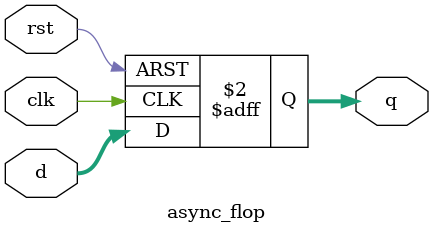
<source format=sv>
module async_flop #(parameter N=32)(
    input logic clk,
    input logic rst,
    input logic [N-1:0] d,
    output logic [N-1:0] q
);
    always_ff @(posedge clk or posedge rst) begin
        if (rst)
            q <= 32'h00000000; // Reset the output when rst is high
        else
            q <= d; // Capture the input data on clock edge
    end
endmodule






</source>
